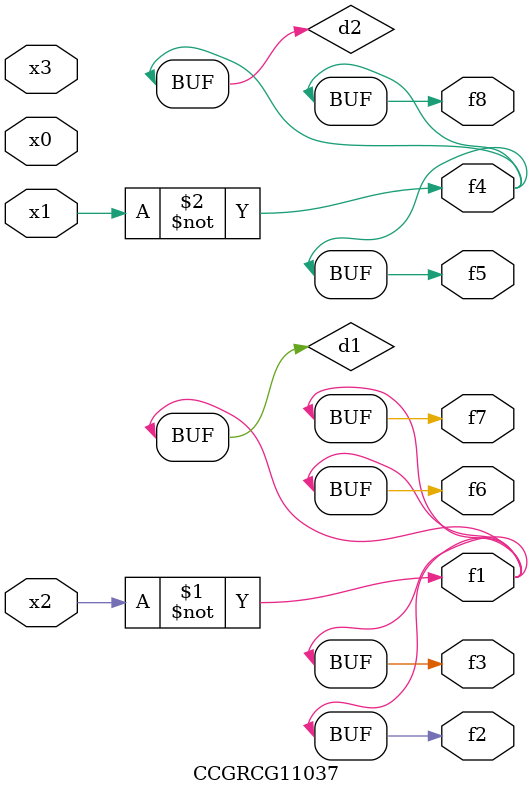
<source format=v>
module CCGRCG11037(
	input x0, x1, x2, x3,
	output f1, f2, f3, f4, f5, f6, f7, f8
);

	wire d1, d2;

	xnor (d1, x2);
	not (d2, x1);
	assign f1 = d1;
	assign f2 = d1;
	assign f3 = d1;
	assign f4 = d2;
	assign f5 = d2;
	assign f6 = d1;
	assign f7 = d1;
	assign f8 = d2;
endmodule

</source>
